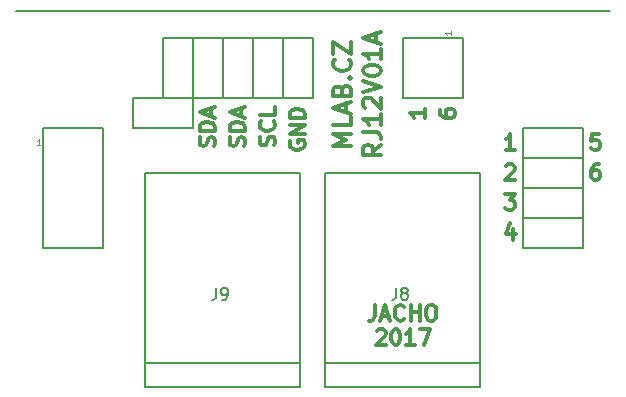
<source format=gbr>
G04 #@! TF.FileFunction,Legend,Top*
%FSLAX46Y46*%
G04 Gerber Fmt 4.6, Leading zero omitted, Abs format (unit mm)*
G04 Created by KiCad (PCBNEW (2016-09-17 revision 679eef1)-makepkg) date 01/03/17 07:11:09*
%MOMM*%
%LPD*%
G01*
G04 APERTURE LIST*
%ADD10C,0.150000*%
%ADD11C,0.200000*%
%ADD12C,0.300000*%
%ADD13C,0.050000*%
G04 APERTURE END LIST*
D10*
D11*
X254000Y30226000D02*
X50546000Y30226000D01*
D12*
X49575666Y17221904D02*
X49328047Y17221904D01*
X49204238Y17160000D01*
X49142333Y17098095D01*
X49018523Y16912380D01*
X48956619Y16664761D01*
X48956619Y16169523D01*
X49018523Y16045714D01*
X49080428Y15983809D01*
X49204238Y15921904D01*
X49451857Y15921904D01*
X49575666Y15983809D01*
X49637571Y16045714D01*
X49699476Y16169523D01*
X49699476Y16479047D01*
X49637571Y16602857D01*
X49575666Y16664761D01*
X49451857Y16726666D01*
X49204238Y16726666D01*
X49080428Y16664761D01*
X49018523Y16602857D01*
X48956619Y16479047D01*
X49637571Y19761904D02*
X49018523Y19761904D01*
X48956619Y19142857D01*
X49018523Y19204761D01*
X49142333Y19266666D01*
X49451857Y19266666D01*
X49575666Y19204761D01*
X49637571Y19142857D01*
X49699476Y19019047D01*
X49699476Y18709523D01*
X49637571Y18585714D01*
X49575666Y18523809D01*
X49451857Y18461904D01*
X49142333Y18461904D01*
X49018523Y18523809D01*
X48956619Y18585714D01*
X42359571Y11708571D02*
X42359571Y10841904D01*
X42050047Y12203809D02*
X41740523Y11275238D01*
X42545285Y11275238D01*
X41678619Y14681904D02*
X42483380Y14681904D01*
X42050047Y14186666D01*
X42235761Y14186666D01*
X42359571Y14124761D01*
X42421476Y14062857D01*
X42483380Y13939047D01*
X42483380Y13629523D01*
X42421476Y13505714D01*
X42359571Y13443809D01*
X42235761Y13381904D01*
X41864333Y13381904D01*
X41740523Y13443809D01*
X41678619Y13505714D01*
X41740523Y17098095D02*
X41802428Y17160000D01*
X41926238Y17221904D01*
X42235761Y17221904D01*
X42359571Y17160000D01*
X42421476Y17098095D01*
X42483380Y16974285D01*
X42483380Y16850476D01*
X42421476Y16664761D01*
X41678619Y15921904D01*
X42483380Y15921904D01*
X42483380Y18461904D02*
X41740523Y18461904D01*
X42111952Y18461904D02*
X42111952Y19761904D01*
X41988142Y19576190D01*
X41864333Y19452380D01*
X41740523Y19390476D01*
X36118095Y21785571D02*
X36118095Y21537952D01*
X36180000Y21414142D01*
X36241904Y21352238D01*
X36427619Y21228428D01*
X36675238Y21166523D01*
X37170476Y21166523D01*
X37294285Y21228428D01*
X37356190Y21290333D01*
X37418095Y21414142D01*
X37418095Y21661761D01*
X37356190Y21785571D01*
X37294285Y21847476D01*
X37170476Y21909380D01*
X36860952Y21909380D01*
X36737142Y21847476D01*
X36675238Y21785571D01*
X36613333Y21661761D01*
X36613333Y21414142D01*
X36675238Y21290333D01*
X36737142Y21228428D01*
X36860952Y21166523D01*
X34878095Y21909380D02*
X34878095Y21166523D01*
X34878095Y21537952D02*
X33578095Y21537952D01*
X33763809Y21414142D01*
X33887619Y21290333D01*
X33949523Y21166523D01*
X23480000Y19185571D02*
X23418095Y19061761D01*
X23418095Y18876047D01*
X23480000Y18690333D01*
X23603809Y18566523D01*
X23727619Y18504619D01*
X23975238Y18442714D01*
X24160952Y18442714D01*
X24408571Y18504619D01*
X24532380Y18566523D01*
X24656190Y18690333D01*
X24718095Y18876047D01*
X24718095Y18999857D01*
X24656190Y19185571D01*
X24594285Y19247476D01*
X24160952Y19247476D01*
X24160952Y18999857D01*
X24718095Y19804619D02*
X23418095Y19804619D01*
X24718095Y20547476D01*
X23418095Y20547476D01*
X24718095Y21166523D02*
X23418095Y21166523D01*
X23418095Y21476047D01*
X23480000Y21661761D01*
X23603809Y21785571D01*
X23727619Y21847476D01*
X23975238Y21909380D01*
X24160952Y21909380D01*
X24408571Y21847476D01*
X24532380Y21785571D01*
X24656190Y21661761D01*
X24718095Y21476047D01*
X24718095Y21166523D01*
X22116190Y18814142D02*
X22178095Y18999857D01*
X22178095Y19309380D01*
X22116190Y19433190D01*
X22054285Y19495095D01*
X21930476Y19557000D01*
X21806666Y19557000D01*
X21682857Y19495095D01*
X21620952Y19433190D01*
X21559047Y19309380D01*
X21497142Y19061761D01*
X21435238Y18937952D01*
X21373333Y18876047D01*
X21249523Y18814142D01*
X21125714Y18814142D01*
X21001904Y18876047D01*
X20940000Y18937952D01*
X20878095Y19061761D01*
X20878095Y19371285D01*
X20940000Y19557000D01*
X22054285Y20857000D02*
X22116190Y20795095D01*
X22178095Y20609380D01*
X22178095Y20485571D01*
X22116190Y20299857D01*
X21992380Y20176047D01*
X21868571Y20114142D01*
X21620952Y20052238D01*
X21435238Y20052238D01*
X21187619Y20114142D01*
X21063809Y20176047D01*
X20940000Y20299857D01*
X20878095Y20485571D01*
X20878095Y20609380D01*
X20940000Y20795095D01*
X21001904Y20857000D01*
X22178095Y22033190D02*
X22178095Y21414142D01*
X20878095Y21414142D01*
X19576190Y18752238D02*
X19638095Y18937952D01*
X19638095Y19247476D01*
X19576190Y19371285D01*
X19514285Y19433190D01*
X19390476Y19495095D01*
X19266666Y19495095D01*
X19142857Y19433190D01*
X19080952Y19371285D01*
X19019047Y19247476D01*
X18957142Y18999857D01*
X18895238Y18876047D01*
X18833333Y18814142D01*
X18709523Y18752238D01*
X18585714Y18752238D01*
X18461904Y18814142D01*
X18400000Y18876047D01*
X18338095Y18999857D01*
X18338095Y19309380D01*
X18400000Y19495095D01*
X19638095Y20052238D02*
X18338095Y20052238D01*
X18338095Y20361761D01*
X18400000Y20547476D01*
X18523809Y20671285D01*
X18647619Y20733190D01*
X18895238Y20795095D01*
X19080952Y20795095D01*
X19328571Y20733190D01*
X19452380Y20671285D01*
X19576190Y20547476D01*
X19638095Y20361761D01*
X19638095Y20052238D01*
X19266666Y21290333D02*
X19266666Y21909380D01*
X19638095Y21166523D02*
X18338095Y21599857D01*
X19638095Y22033190D01*
X17036190Y18752238D02*
X17098095Y18937952D01*
X17098095Y19247476D01*
X17036190Y19371285D01*
X16974285Y19433190D01*
X16850476Y19495095D01*
X16726666Y19495095D01*
X16602857Y19433190D01*
X16540952Y19371285D01*
X16479047Y19247476D01*
X16417142Y18999857D01*
X16355238Y18876047D01*
X16293333Y18814142D01*
X16169523Y18752238D01*
X16045714Y18752238D01*
X15921904Y18814142D01*
X15860000Y18876047D01*
X15798095Y18999857D01*
X15798095Y19309380D01*
X15860000Y19495095D01*
X17098095Y20052238D02*
X15798095Y20052238D01*
X15798095Y20361761D01*
X15860000Y20547476D01*
X15983809Y20671285D01*
X16107619Y20733190D01*
X16355238Y20795095D01*
X16540952Y20795095D01*
X16788571Y20733190D01*
X16912380Y20671285D01*
X17036190Y20547476D01*
X17098095Y20361761D01*
X17098095Y20052238D01*
X16726666Y21290333D02*
X16726666Y21909380D01*
X17098095Y21166523D02*
X15798095Y21599857D01*
X17098095Y22033190D01*
X30636666Y5283904D02*
X30636666Y4355333D01*
X30574761Y4169619D01*
X30450952Y4045809D01*
X30265238Y3983904D01*
X30141428Y3983904D01*
X31193809Y4355333D02*
X31812857Y4355333D01*
X31070000Y3983904D02*
X31503333Y5283904D01*
X31936666Y3983904D01*
X33112857Y4107714D02*
X33050952Y4045809D01*
X32865238Y3983904D01*
X32741428Y3983904D01*
X32555714Y4045809D01*
X32431904Y4169619D01*
X32370000Y4293428D01*
X32308095Y4541047D01*
X32308095Y4726761D01*
X32370000Y4974380D01*
X32431904Y5098190D01*
X32555714Y5222000D01*
X32741428Y5283904D01*
X32865238Y5283904D01*
X33050952Y5222000D01*
X33112857Y5160095D01*
X33670000Y3983904D02*
X33670000Y5283904D01*
X33670000Y4664857D02*
X34412857Y4664857D01*
X34412857Y3983904D02*
X34412857Y5283904D01*
X35279523Y5283904D02*
X35527142Y5283904D01*
X35650952Y5222000D01*
X35774761Y5098190D01*
X35836666Y4850571D01*
X35836666Y4417238D01*
X35774761Y4169619D01*
X35650952Y4045809D01*
X35527142Y3983904D01*
X35279523Y3983904D01*
X35155714Y4045809D01*
X35031904Y4169619D01*
X34970000Y4417238D01*
X34970000Y4850571D01*
X35031904Y5098190D01*
X35155714Y5222000D01*
X35279523Y5283904D01*
X28613571Y18792571D02*
X27113571Y18792571D01*
X28185000Y19292571D01*
X27113571Y19792571D01*
X28613571Y19792571D01*
X28613571Y21221142D02*
X28613571Y20506857D01*
X27113571Y20506857D01*
X28185000Y21649714D02*
X28185000Y22364000D01*
X28613571Y21506857D02*
X27113571Y22006857D01*
X28613571Y22506857D01*
X27827857Y23506857D02*
X27899285Y23721142D01*
X27970714Y23792571D01*
X28113571Y23864000D01*
X28327857Y23864000D01*
X28470714Y23792571D01*
X28542142Y23721142D01*
X28613571Y23578285D01*
X28613571Y23006857D01*
X27113571Y23006857D01*
X27113571Y23506857D01*
X27185000Y23649714D01*
X27256428Y23721142D01*
X27399285Y23792571D01*
X27542142Y23792571D01*
X27685000Y23721142D01*
X27756428Y23649714D01*
X27827857Y23506857D01*
X27827857Y23006857D01*
X28470714Y24506857D02*
X28542142Y24578285D01*
X28613571Y24506857D01*
X28542142Y24435428D01*
X28470714Y24506857D01*
X28613571Y24506857D01*
X28470714Y26078285D02*
X28542142Y26006857D01*
X28613571Y25792571D01*
X28613571Y25649714D01*
X28542142Y25435428D01*
X28399285Y25292571D01*
X28256428Y25221142D01*
X27970714Y25149714D01*
X27756428Y25149714D01*
X27470714Y25221142D01*
X27327857Y25292571D01*
X27185000Y25435428D01*
X27113571Y25649714D01*
X27113571Y25792571D01*
X27185000Y26006857D01*
X27256428Y26078285D01*
X27113571Y26578285D02*
X27113571Y27578285D01*
X28613571Y26578285D01*
X28613571Y27578285D01*
X31163571Y18863999D02*
X30449285Y18363999D01*
X31163571Y18006857D02*
X29663571Y18006857D01*
X29663571Y18578285D01*
X29735000Y18721142D01*
X29806428Y18792571D01*
X29949285Y18863999D01*
X30163571Y18863999D01*
X30306428Y18792571D01*
X30377857Y18721142D01*
X30449285Y18578285D01*
X30449285Y18006857D01*
X29663571Y19935428D02*
X30735000Y19935428D01*
X30949285Y19863999D01*
X31092142Y19721142D01*
X31163571Y19506857D01*
X31163571Y19363999D01*
X31163571Y21435428D02*
X31163571Y20578285D01*
X31163571Y21006857D02*
X29663571Y21006857D01*
X29877857Y20863999D01*
X30020714Y20721142D01*
X30092142Y20578285D01*
X29806428Y22006857D02*
X29735000Y22078285D01*
X29663571Y22221142D01*
X29663571Y22578285D01*
X29735000Y22721142D01*
X29806428Y22792571D01*
X29949285Y22863999D01*
X30092142Y22863999D01*
X30306428Y22792571D01*
X31163571Y21935428D01*
X31163571Y22863999D01*
X29663571Y23292571D02*
X31163571Y23792571D01*
X29663571Y24292571D01*
X29663571Y25078285D02*
X29663571Y25221142D01*
X29735000Y25363999D01*
X29806428Y25435428D01*
X29949285Y25506857D01*
X30235000Y25578285D01*
X30592142Y25578285D01*
X30877857Y25506857D01*
X31020714Y25435428D01*
X31092142Y25363999D01*
X31163571Y25221142D01*
X31163571Y25078285D01*
X31092142Y24935428D01*
X31020714Y24863999D01*
X30877857Y24792571D01*
X30592142Y24721142D01*
X30235000Y24721142D01*
X29949285Y24792571D01*
X29806428Y24863999D01*
X29735000Y24935428D01*
X29663571Y25078285D01*
X31163571Y27006857D02*
X31163571Y26149714D01*
X31163571Y26578285D02*
X29663571Y26578285D01*
X29877857Y26435428D01*
X30020714Y26292571D01*
X30092142Y26149714D01*
X30735000Y27578285D02*
X30735000Y28292571D01*
X31163571Y27435428D02*
X29663571Y27935428D01*
X31163571Y28435428D01*
X30791428Y3128095D02*
X30853333Y3190000D01*
X30977142Y3251904D01*
X31286666Y3251904D01*
X31410476Y3190000D01*
X31472380Y3128095D01*
X31534285Y3004285D01*
X31534285Y2880476D01*
X31472380Y2694761D01*
X30729523Y1951904D01*
X31534285Y1951904D01*
X32339047Y3251904D02*
X32462857Y3251904D01*
X32586666Y3190000D01*
X32648571Y3128095D01*
X32710476Y3004285D01*
X32772380Y2756666D01*
X32772380Y2447142D01*
X32710476Y2199523D01*
X32648571Y2075714D01*
X32586666Y2013809D01*
X32462857Y1951904D01*
X32339047Y1951904D01*
X32215238Y2013809D01*
X32153333Y2075714D01*
X32091428Y2199523D01*
X32029523Y2447142D01*
X32029523Y2756666D01*
X32091428Y3004285D01*
X32153333Y3128095D01*
X32215238Y3190000D01*
X32339047Y3251904D01*
X34010476Y1951904D02*
X33267619Y1951904D01*
X33639047Y1951904D02*
X33639047Y3251904D01*
X33515238Y3066190D01*
X33391428Y2942380D01*
X33267619Y2880476D01*
X34443809Y3251904D02*
X35310476Y3251904D01*
X34753333Y1951904D01*
D10*
X12700000Y22860000D02*
X12700000Y27940000D01*
X12700000Y27940000D02*
X15240000Y27940000D01*
X15240000Y27940000D02*
X15240000Y22860000D01*
X15240000Y22860000D02*
X12700000Y22860000D01*
X15240000Y22860000D02*
X15240000Y27940000D01*
X15240000Y27940000D02*
X17780000Y27940000D01*
X17780000Y27940000D02*
X17780000Y22860000D01*
X17780000Y22860000D02*
X15240000Y22860000D01*
X20320000Y22860000D02*
X17780000Y22860000D01*
X20320000Y27940000D02*
X20320000Y22860000D01*
X17780000Y27940000D02*
X20320000Y27940000D01*
X17780000Y22860000D02*
X17780000Y27940000D01*
X20320000Y22860000D02*
X20320000Y27940000D01*
X20320000Y27940000D02*
X22860000Y27940000D01*
X22860000Y27940000D02*
X22860000Y22860000D01*
X22860000Y22860000D02*
X20320000Y22860000D01*
X25400000Y22860000D02*
X22860000Y22860000D01*
X25400000Y27940000D02*
X25400000Y22860000D01*
X22860000Y27940000D02*
X25400000Y27940000D01*
X22860000Y22860000D02*
X22860000Y27940000D01*
X38100000Y27940000D02*
X38100000Y22860000D01*
X38100000Y22860000D02*
X33020000Y22860000D01*
X33020000Y22860000D02*
X33020000Y27940000D01*
X33020000Y27940000D02*
X38100000Y27940000D01*
X10160000Y20320000D02*
X10160000Y22860000D01*
X15240000Y20320000D02*
X10160000Y20320000D01*
X15240000Y22860000D02*
X15240000Y20320000D01*
X10160000Y22860000D02*
X15240000Y22860000D01*
X48260000Y17780000D02*
X43180000Y17780000D01*
X43180000Y17780000D02*
X43180000Y20320000D01*
X43180000Y20320000D02*
X48260000Y20320000D01*
X48260000Y20320000D02*
X48260000Y17780000D01*
X48260000Y15240000D02*
X43180000Y15240000D01*
X43180000Y15240000D02*
X43180000Y17780000D01*
X43180000Y17780000D02*
X48260000Y17780000D01*
X48260000Y17780000D02*
X48260000Y15240000D01*
X26369200Y386500D02*
X39569200Y386500D01*
X26369200Y-1613500D02*
X26369200Y16486500D01*
X26369200Y-1613500D02*
X39569200Y-1613500D01*
X39569200Y-1613500D02*
X39569200Y16486500D01*
X26369200Y16486500D02*
X39569200Y16486500D01*
X11129200Y16486500D02*
X24329200Y16486500D01*
X24329200Y-1613500D02*
X24329200Y16486500D01*
X11129200Y-1613500D02*
X24329200Y-1613500D01*
X11129200Y-1613500D02*
X11129200Y16486500D01*
X11129200Y386500D02*
X24329200Y386500D01*
X48260000Y15240000D02*
X48260000Y12700000D01*
X43180000Y15240000D02*
X48260000Y15240000D01*
X43180000Y12700000D02*
X43180000Y15240000D01*
X48260000Y12700000D02*
X43180000Y12700000D01*
X48260000Y10160000D02*
X43180000Y10160000D01*
X43180000Y10160000D02*
X43180000Y12700000D01*
X43180000Y12700000D02*
X48260000Y12700000D01*
X48260000Y12700000D02*
X48260000Y10160000D01*
X2540000Y10160000D02*
X2540000Y20320000D01*
X7620000Y10160000D02*
X2540000Y10160000D01*
X7620000Y20320000D02*
X7620000Y10160000D01*
X2540000Y20320000D02*
X7620000Y20320000D01*
D13*
X37056190Y28463857D02*
X37056190Y28178142D01*
X37056190Y28321000D02*
X36556190Y28321000D01*
X36627619Y28273380D01*
X36675238Y28225761D01*
X36699047Y28178142D01*
D10*
X32432666Y6745219D02*
X32432666Y6030933D01*
X32385047Y5888076D01*
X32289809Y5792838D01*
X32146952Y5745219D01*
X32051714Y5745219D01*
X33051714Y6316647D02*
X32956476Y6364266D01*
X32908857Y6411885D01*
X32861238Y6507123D01*
X32861238Y6554742D01*
X32908857Y6649980D01*
X32956476Y6697600D01*
X33051714Y6745219D01*
X33242190Y6745219D01*
X33337428Y6697600D01*
X33385047Y6649980D01*
X33432666Y6554742D01*
X33432666Y6507123D01*
X33385047Y6411885D01*
X33337428Y6364266D01*
X33242190Y6316647D01*
X33051714Y6316647D01*
X32956476Y6269028D01*
X32908857Y6221409D01*
X32861238Y6126171D01*
X32861238Y5935695D01*
X32908857Y5840457D01*
X32956476Y5792838D01*
X33051714Y5745219D01*
X33242190Y5745219D01*
X33337428Y5792838D01*
X33385047Y5840457D01*
X33432666Y5935695D01*
X33432666Y6126171D01*
X33385047Y6221409D01*
X33337428Y6269028D01*
X33242190Y6316647D01*
X17192666Y6745219D02*
X17192666Y6030933D01*
X17145047Y5888076D01*
X17049809Y5792838D01*
X16906952Y5745219D01*
X16811714Y5745219D01*
X17716476Y5745219D02*
X17906952Y5745219D01*
X18002190Y5792838D01*
X18049809Y5840457D01*
X18145047Y5983314D01*
X18192666Y6173790D01*
X18192666Y6554742D01*
X18145047Y6649980D01*
X18097428Y6697600D01*
X18002190Y6745219D01*
X17811714Y6745219D01*
X17716476Y6697600D01*
X17668857Y6649980D01*
X17621238Y6554742D01*
X17621238Y6316647D01*
X17668857Y6221409D01*
X17716476Y6173790D01*
X17811714Y6126171D01*
X18002190Y6126171D01*
X18097428Y6173790D01*
X18145047Y6221409D01*
X18192666Y6316647D01*
D13*
X2301857Y18823809D02*
X2016142Y18823809D01*
X2159000Y18823809D02*
X2159000Y19323809D01*
X2111380Y19252380D01*
X2063761Y19204761D01*
X2016142Y19180952D01*
M02*

</source>
